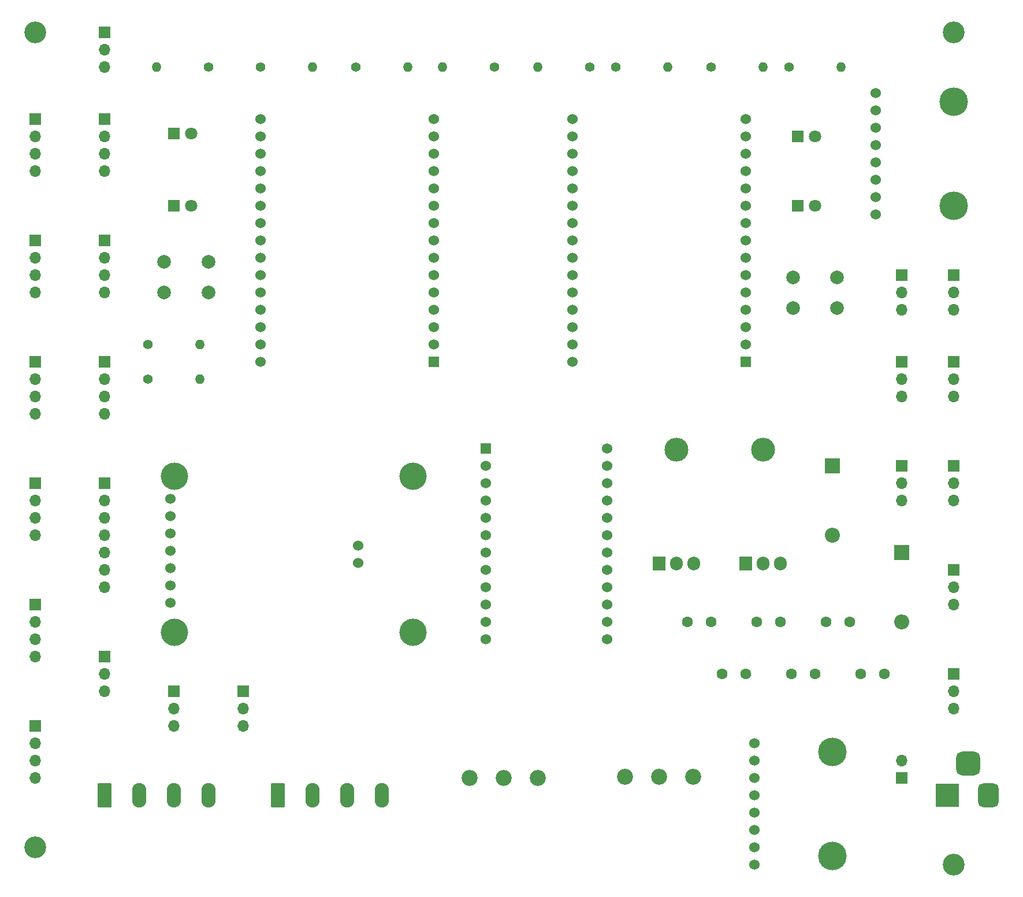
<source format=gbr>
%TF.GenerationSoftware,KiCad,Pcbnew,7.0.10*%
%TF.CreationDate,2024-07-04T23:25:59-06:00*%
%TF.ProjectId,ESP32WROOM30PIN_CARRIER_BOARD_KELLA,45535033-3257-4524-9f4f-4d333050494e,rev?*%
%TF.SameCoordinates,Original*%
%TF.FileFunction,Soldermask,Top*%
%TF.FilePolarity,Negative*%
%FSLAX46Y46*%
G04 Gerber Fmt 4.6, Leading zero omitted, Abs format (unit mm)*
G04 Created by KiCad (PCBNEW 7.0.10) date 2024-07-04 23:25:59*
%MOMM*%
%LPD*%
G01*
G04 APERTURE LIST*
G04 Aperture macros list*
%AMRoundRect*
0 Rectangle with rounded corners*
0 $1 Rounding radius*
0 $2 $3 $4 $5 $6 $7 $8 $9 X,Y pos of 4 corners*
0 Add a 4 corners polygon primitive as box body*
4,1,4,$2,$3,$4,$5,$6,$7,$8,$9,$2,$3,0*
0 Add four circle primitives for the rounded corners*
1,1,$1+$1,$2,$3*
1,1,$1+$1,$4,$5*
1,1,$1+$1,$6,$7*
1,1,$1+$1,$8,$9*
0 Add four rect primitives between the rounded corners*
20,1,$1+$1,$2,$3,$4,$5,0*
20,1,$1+$1,$4,$5,$6,$7,0*
20,1,$1+$1,$6,$7,$8,$9,0*
20,1,$1+$1,$8,$9,$2,$3,0*%
G04 Aperture macros list end*
%ADD10C,1.400000*%
%ADD11O,1.400000X1.400000*%
%ADD12R,1.700000X1.700000*%
%ADD13O,1.700000X1.700000*%
%ADD14C,3.200000*%
%ADD15R,2.200000X2.200000*%
%ADD16O,2.200000X2.200000*%
%ADD17RoundRect,0.249999X-0.790001X-1.550001X0.790001X-1.550001X0.790001X1.550001X-0.790001X1.550001X0*%
%ADD18O,2.080000X3.600000*%
%ADD19C,2.340000*%
%ADD20C,1.600000*%
%ADD21C,1.524000*%
%ADD22C,4.191000*%
%ADD23C,4.000000*%
%ADD24C,2.000000*%
%ADD25R,1.800000X1.800000*%
%ADD26C,1.800000*%
%ADD27R,1.524000X1.524000*%
%ADD28R,3.500000X3.500000*%
%ADD29RoundRect,0.750000X0.750000X1.000000X-0.750000X1.000000X-0.750000X-1.000000X0.750000X-1.000000X0*%
%ADD30RoundRect,0.875000X0.875000X0.875000X-0.875000X0.875000X-0.875000X-0.875000X0.875000X-0.875000X0*%
%ADD31O,3.500000X3.500000*%
%ADD32R,1.905000X2.000000*%
%ADD33O,1.905000X2.000000*%
G04 APERTURE END LIST*
D10*
%TO.C,R1*%
X53340000Y-33020000D03*
D11*
X45720000Y-33020000D03*
%TD*%
D12*
%TO.C,J21*%
X38100000Y-76200000D03*
D13*
X38100000Y-78740000D03*
X38100000Y-81280000D03*
X38100000Y-83820000D03*
%TD*%
D14*
%TO.C,H1*%
X162560000Y-149860000D03*
%TD*%
D15*
%TO.C,D1*%
X154940000Y-104140000D03*
D16*
X154940000Y-114300000D03*
%TD*%
D12*
%TO.C,J25*%
X162560000Y-91440000D03*
D13*
X162560000Y-93980000D03*
X162560000Y-96520000D03*
%TD*%
D17*
%TO.C,J2*%
X63500000Y-139700000D03*
D18*
X68580000Y-139700000D03*
X73660000Y-139700000D03*
X78740000Y-139700000D03*
%TD*%
D19*
%TO.C,RV2*%
X114380000Y-136990000D03*
X119380000Y-136990000D03*
X124380000Y-136990000D03*
%TD*%
D14*
%TO.C,H2*%
X162560000Y-27940000D03*
%TD*%
D10*
%TO.C,R9*%
X44450000Y-73660000D03*
D11*
X52070000Y-73660000D03*
%TD*%
D10*
%TO.C,R10*%
X44450000Y-78740000D03*
D11*
X52070000Y-78740000D03*
%TD*%
D20*
%TO.C,C3*%
X133660000Y-114300000D03*
X137160000Y-114300000D03*
%TD*%
D21*
%TO.C,U6*%
X133350000Y-132080000D03*
X133350000Y-134620000D03*
X133350000Y-137160000D03*
X133350000Y-139700000D03*
X133350000Y-142240000D03*
X133350000Y-144780000D03*
X133350000Y-147320000D03*
X133350000Y-149860000D03*
D22*
X144780000Y-133350000D03*
X144780000Y-148590000D03*
%TD*%
D17*
%TO.C,J27*%
X38100000Y-139700000D03*
D18*
X43180000Y-139700000D03*
X48260000Y-139700000D03*
X53340000Y-139700000D03*
%TD*%
D15*
%TO.C,D3*%
X144780000Y-91440000D03*
D16*
X144780000Y-101600000D03*
%TD*%
D21*
%TO.C,U5*%
X47740000Y-96270000D03*
X47740000Y-98810000D03*
X47740000Y-101350000D03*
X47740000Y-103890000D03*
X47740000Y-106430000D03*
X47740000Y-108970000D03*
X47740000Y-111510000D03*
X75260000Y-103130000D03*
X75260000Y-105670000D03*
D23*
X48370000Y-92920000D03*
X48370000Y-115820000D03*
X83270000Y-92920000D03*
X83270000Y-115820000D03*
%TD*%
D12*
%TO.C,J5*%
X27940000Y-76200000D03*
D13*
X27940000Y-78740000D03*
X27940000Y-81280000D03*
X27940000Y-83820000D03*
%TD*%
D20*
%TO.C,C6*%
X138740000Y-121920000D03*
X142240000Y-121920000D03*
%TD*%
D24*
%TO.C,SW2*%
X138990000Y-63790000D03*
X145490000Y-63790000D03*
X138990000Y-68290000D03*
X145490000Y-68290000D03*
%TD*%
D10*
%TO.C,R8*%
X95250000Y-33020000D03*
D11*
X87630000Y-33020000D03*
%TD*%
D12*
%TO.C,J6*%
X27940000Y-93980000D03*
D13*
X27940000Y-96520000D03*
X27940000Y-99060000D03*
X27940000Y-101600000D03*
%TD*%
D12*
%TO.C,J19*%
X162560000Y-63500000D03*
D13*
X162560000Y-66040000D03*
X162560000Y-68580000D03*
%TD*%
D12*
%TO.C,J4*%
X27940000Y-58420000D03*
D13*
X27940000Y-60960000D03*
X27940000Y-63500000D03*
X27940000Y-66040000D03*
%TD*%
D20*
%TO.C,C5*%
X148900000Y-121920000D03*
X152400000Y-121920000D03*
%TD*%
D12*
%TO.C,J16*%
X154940000Y-76200000D03*
D13*
X154940000Y-78740000D03*
X154940000Y-81280000D03*
%TD*%
D12*
%TO.C,J26*%
X162560000Y-106680000D03*
D13*
X162560000Y-109220000D03*
X162560000Y-111760000D03*
%TD*%
D25*
%TO.C,D2*%
X48260000Y-42710000D03*
D26*
X50800000Y-42710000D03*
%TD*%
D12*
%TO.C,J9*%
X38100000Y-40640000D03*
D13*
X38100000Y-43180000D03*
X38100000Y-45720000D03*
X38100000Y-48260000D03*
%TD*%
D12*
%TO.C,J8*%
X27940000Y-129540000D03*
D13*
X27940000Y-132080000D03*
X27940000Y-134620000D03*
X27940000Y-137160000D03*
%TD*%
D25*
%TO.C,D5*%
X139700000Y-43180000D03*
D26*
X142240000Y-43180000D03*
%TD*%
D12*
%TO.C,J1*%
X154940000Y-137160000D03*
D13*
X154940000Y-134620000D03*
%TD*%
D25*
%TO.C,D4*%
X48260000Y-53340000D03*
D26*
X50800000Y-53340000D03*
%TD*%
D20*
%TO.C,C2*%
X143820000Y-114300000D03*
X147320000Y-114300000D03*
%TD*%
D12*
%TO.C,J20*%
X38100000Y-27940000D03*
D13*
X38100000Y-30480000D03*
X38100000Y-33020000D03*
%TD*%
D12*
%TO.C,J13*%
X38100000Y-119380000D03*
D13*
X38100000Y-121920000D03*
X38100000Y-124460000D03*
%TD*%
D10*
%TO.C,R5*%
X74930000Y-33020000D03*
D11*
X82550000Y-33020000D03*
%TD*%
D12*
%TO.C,J11*%
X38100000Y-58420000D03*
D13*
X38100000Y-60960000D03*
X38100000Y-63500000D03*
X38100000Y-66040000D03*
%TD*%
D20*
%TO.C,C1*%
X123500000Y-114300000D03*
X127000000Y-114300000D03*
%TD*%
D12*
%TO.C,J3*%
X27940000Y-40640000D03*
D13*
X27940000Y-43180000D03*
X27940000Y-45720000D03*
X27940000Y-48260000D03*
%TD*%
D12*
%TO.C,J18*%
X162560000Y-76200000D03*
D13*
X162560000Y-78740000D03*
X162560000Y-81280000D03*
%TD*%
D12*
%TO.C,J22*%
X38100000Y-93980000D03*
D13*
X38100000Y-96520000D03*
X38100000Y-99060000D03*
X38100000Y-101600000D03*
X38100000Y-104140000D03*
X38100000Y-106680000D03*
X38100000Y-109220000D03*
%TD*%
D12*
%TO.C,J14*%
X48260000Y-124460000D03*
D13*
X48260000Y-127000000D03*
X48260000Y-129540000D03*
%TD*%
D25*
%TO.C,D6*%
X139700000Y-53340000D03*
D26*
X142240000Y-53340000D03*
%TD*%
D10*
%TO.C,R3*%
X138430000Y-33020000D03*
D11*
X146050000Y-33020000D03*
%TD*%
D27*
%TO.C,U4*%
X86360000Y-76200000D03*
D21*
X86360000Y-73660000D03*
X86360000Y-71120000D03*
X86360000Y-68580000D03*
X86360000Y-66040000D03*
X86360000Y-63500000D03*
X86360000Y-60960000D03*
X86360000Y-58420000D03*
X86360000Y-55880000D03*
X86360000Y-53340000D03*
X86360000Y-50800000D03*
X86360000Y-48260000D03*
X86360000Y-45720000D03*
X86360000Y-43180000D03*
X86360000Y-40640000D03*
X60960000Y-40640000D03*
X60960000Y-43180000D03*
X60960000Y-45720000D03*
X60960000Y-48260000D03*
X60960000Y-50800000D03*
X60960000Y-53340000D03*
X60960000Y-55880000D03*
X60960000Y-58420000D03*
X60960000Y-60960000D03*
X60960000Y-63500000D03*
X60960000Y-66040000D03*
X60960000Y-68580000D03*
X60960000Y-71120000D03*
X60960000Y-73660000D03*
X60960000Y-76200000D03*
%TD*%
D14*
%TO.C,H4*%
X27940000Y-27940000D03*
%TD*%
D28*
%TO.C,J10*%
X161640000Y-139700000D03*
D29*
X167640000Y-139700000D03*
D30*
X164640000Y-135000000D03*
%TD*%
D14*
%TO.C,H3*%
X27940000Y-147320000D03*
%TD*%
D27*
%TO.C,U7*%
X132080000Y-76200000D03*
D21*
X132080000Y-73660000D03*
X132080000Y-71120000D03*
X132080000Y-68580000D03*
X132080000Y-66040000D03*
X132080000Y-63500000D03*
X132080000Y-60960000D03*
X132080000Y-58420000D03*
X132080000Y-55880000D03*
X132080000Y-53340000D03*
X132080000Y-50800000D03*
X132080000Y-48260000D03*
X132080000Y-45720000D03*
X132080000Y-43180000D03*
X132080000Y-40640000D03*
X106680000Y-40640000D03*
X106680000Y-43180000D03*
X106680000Y-45720000D03*
X106680000Y-48260000D03*
X106680000Y-50800000D03*
X106680000Y-53340000D03*
X106680000Y-55880000D03*
X106680000Y-58420000D03*
X106680000Y-60960000D03*
X106680000Y-63500000D03*
X106680000Y-66040000D03*
X106680000Y-68580000D03*
X106680000Y-71120000D03*
X106680000Y-73660000D03*
X106680000Y-76200000D03*
%TD*%
D19*
%TO.C,RV1*%
X91600000Y-137160000D03*
X96600000Y-137160000D03*
X101600000Y-137160000D03*
%TD*%
D12*
%TO.C,J23*%
X154940000Y-91440000D03*
D13*
X154940000Y-93980000D03*
X154940000Y-96520000D03*
%TD*%
D10*
%TO.C,R7*%
X109220000Y-33020000D03*
D11*
X101600000Y-33020000D03*
%TD*%
D12*
%TO.C,J17*%
X58420000Y-124460000D03*
D13*
X58420000Y-127000000D03*
X58420000Y-129540000D03*
%TD*%
D10*
%TO.C,R4*%
X127000000Y-33020000D03*
D11*
X134620000Y-33020000D03*
%TD*%
D31*
%TO.C,U1*%
X121920000Y-89090000D03*
D32*
X119380000Y-105750000D03*
D33*
X121920000Y-105750000D03*
X124460000Y-105750000D03*
%TD*%
D27*
%TO.C,U3*%
X93980000Y-88900000D03*
D21*
X93980000Y-91440000D03*
X93980000Y-93980000D03*
X93980000Y-96520000D03*
X93980000Y-99060000D03*
X93980000Y-101600000D03*
X93980000Y-104140000D03*
X93980000Y-106680000D03*
X93980000Y-109220000D03*
X93980000Y-111760000D03*
X93980000Y-114300000D03*
X93980000Y-116840000D03*
X111760000Y-116840000D03*
X111760000Y-114300000D03*
X111760000Y-111760000D03*
X111760000Y-109220000D03*
X111760000Y-106680000D03*
X111760000Y-104140000D03*
X111760000Y-101600000D03*
X111760000Y-99060000D03*
X111760000Y-96520000D03*
X111760000Y-93980000D03*
X111760000Y-91440000D03*
X111760000Y-88900000D03*
%TD*%
D24*
%TO.C,SW1*%
X46840000Y-61540000D03*
X53340000Y-61540000D03*
X46840000Y-66040000D03*
X53340000Y-66040000D03*
%TD*%
D20*
%TO.C,C4*%
X128580000Y-121920000D03*
X132080000Y-121920000D03*
%TD*%
D12*
%TO.C,J7*%
X27940000Y-111760000D03*
D13*
X27940000Y-114300000D03*
X27940000Y-116840000D03*
X27940000Y-119380000D03*
%TD*%
D10*
%TO.C,R2*%
X60960000Y-33020000D03*
D11*
X68580000Y-33020000D03*
%TD*%
D10*
%TO.C,R6*%
X113030000Y-33020000D03*
D11*
X120650000Y-33020000D03*
%TD*%
D12*
%TO.C,J15*%
X154940000Y-63500000D03*
D13*
X154940000Y-66040000D03*
X154940000Y-68580000D03*
%TD*%
D31*
%TO.C,U2*%
X134620000Y-89090000D03*
D32*
X132080000Y-105750000D03*
D33*
X134620000Y-105750000D03*
X137160000Y-105750000D03*
%TD*%
D21*
%TO.C,U8*%
X151130000Y-36830000D03*
X151130000Y-39370000D03*
X151130000Y-41910000D03*
X151130000Y-44450000D03*
X151130000Y-46990000D03*
X151130000Y-49530000D03*
X151130000Y-52070000D03*
X151130000Y-54610000D03*
D22*
X162560000Y-38100000D03*
X162560000Y-53340000D03*
%TD*%
D12*
%TO.C,J24*%
X162560000Y-121920000D03*
D13*
X162560000Y-124460000D03*
X162560000Y-127000000D03*
%TD*%
M02*

</source>
